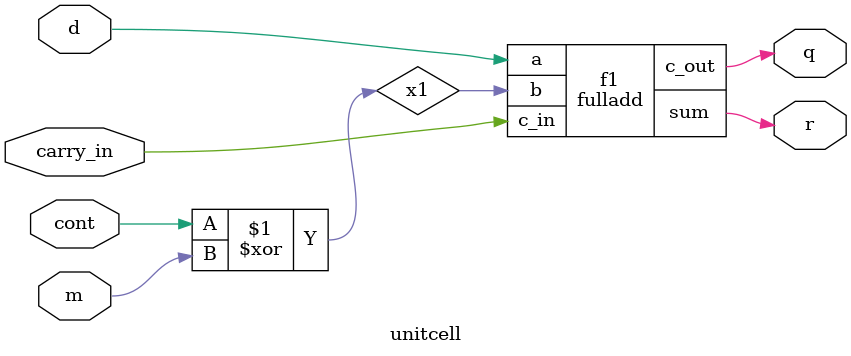
<source format=v>
module mux(cout,s0,inp2,inp1);
input s0, inp1, inp2;
output cout;
wire w1,w2,w3;
not n1(w1,s0);
and a1(w2,inp1,w1);
and a2(w3,s0,inp2);
or(cout,w2,w3);
endmodule

module fulladd(sum, c_out, a, b, c_in);
output sum, c_out;
input a, b, c_in;
wire s1, c1, c2;
xor xr1(s1, a, b);
xor xr2(sum, s1, c_in);
and ad1(c1, a, b);
and ad2(c2, s1, c_in);
or or1(c_out, c2, c1);
endmodule

module two_compliment(dd1,dv1,dd,dv);
input [63:0] dd;
input [31:0] dv;
output [63:0]dd1;
output [31:0]dv1;
wire [63:0]dd2;
wire [31:0]dv2;
generate
      genvar 	 i;
      for(i=0;i<64;i=i+1)
	 assign dd2[i]=dd[i]^dd[63];
endgenerate
assign dd1=dd2 + dd[63];
generate
      genvar 	 j;
      for(j=0;j<32;j=j+1)
	 assign dv2[j]=dv[j]^dv[31];
endgenerate
assign dv1=dv2 + dv[31];
endmodule

module final_change(quot1,rema1,quot,rema,dd,dv);
input [63:0] dd;
input [31:0] dv,quot,rema;
output [31:0]quot1,rema1;
wire [31:0]quot2,rema2;
wire t;
xor (t,dd[63],dv[31]);
generate
      genvar 	 j;
      for(j=0;j<32;j=j+1)
	 assign quot2[j]=quot[j]^t;
endgenerate
assign quot1 =quot2 + t;
generate
      genvar 	 i;
      for(i=0;i<32;i=i+1)
	 assign rema2[i]=rema[i]^t;
endgenerate
assign rema1 =rema2 + t;
endmodule

module unitcell(r, q, d, m, carry_in, cont);
output q,r;
input d,m,cont,carry_in;
wire x1;
xor xr1(x1,cont,m);
fulladd f1(r,q,d,x1,carry_in);
endmodule


</source>
